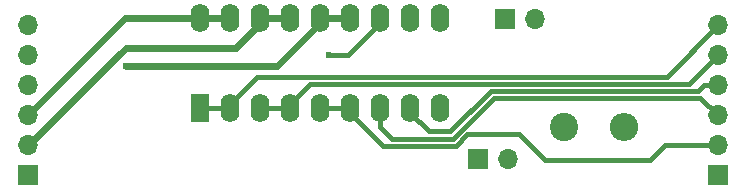
<source format=gbl>
G04 #@! TF.GenerationSoftware,KiCad,Pcbnew,5.0.0+dfsg1-2*
G04 #@! TF.CreationDate,2019-03-17T13:20:00+01:00*
G04 #@! TF.ProjectId,ULN2803A_shield,554C4E32383033415F736869656C642E,rev?*
G04 #@! TF.SameCoordinates,Original*
G04 #@! TF.FileFunction,Copper,L2,Bot,Signal*
G04 #@! TF.FilePolarity,Positive*
%FSLAX46Y46*%
G04 Gerber Fmt 4.6, Leading zero omitted, Abs format (unit mm)*
G04 Created by KiCad (PCBNEW 5.0.0+dfsg1-2) date Sun Mar 17 13:20:00 2019*
%MOMM*%
%LPD*%
G01*
G04 APERTURE LIST*
G04 #@! TA.AperFunction,ComponentPad*
%ADD10R,1.700000X1.700000*%
G04 #@! TD*
G04 #@! TA.AperFunction,ComponentPad*
%ADD11O,1.700000X1.700000*%
G04 #@! TD*
G04 #@! TA.AperFunction,ComponentPad*
%ADD12O,2.400000X2.400000*%
G04 #@! TD*
G04 #@! TA.AperFunction,ComponentPad*
%ADD13C,2.400000*%
G04 #@! TD*
G04 #@! TA.AperFunction,ComponentPad*
%ADD14R,1.600000X2.400000*%
G04 #@! TD*
G04 #@! TA.AperFunction,ComponentPad*
%ADD15O,1.600000X2.400000*%
G04 #@! TD*
G04 #@! TA.AperFunction,ViaPad*
%ADD16C,0.600000*%
G04 #@! TD*
G04 #@! TA.AperFunction,Conductor*
%ADD17C,0.400000*%
G04 #@! TD*
G04 #@! TA.AperFunction,Conductor*
%ADD18C,0.609600*%
G04 #@! TD*
G04 APERTURE END LIST*
D10*
G04 #@! TO.P,J2,1*
G04 #@! TO.N,GND*
X37850000Y-109990000D03*
D11*
G04 #@! TO.P,J2,2*
G04 #@! TO.N,AUX-OUT1*
X37850000Y-107450000D03*
G04 #@! TO.P,J2,3*
G04 #@! TO.N,AUX-OUT2*
X37850000Y-104910000D03*
G04 #@! TO.P,J2,4*
G04 #@! TO.N,AUX-OUT3*
X37850000Y-102370000D03*
G04 #@! TO.P,J2,5*
G04 #@! TO.N,AUX-OUT4*
X37850000Y-99830000D03*
G04 #@! TO.P,J2,6*
G04 #@! TO.N,RPM-METER*
X37850000Y-97290000D03*
G04 #@! TD*
D12*
G04 #@! TO.P,L1,2*
G04 #@! TO.N,12V*
X88300000Y-105850000D03*
D13*
G04 #@! TO.P,L1,1*
G04 #@! TO.N,Net-(JP1-Pad2)*
X83220000Y-105850000D03*
G04 #@! TD*
D14*
G04 #@! TO.P,IC1,1*
G04 #@! TO.N,Net-(IC1-Pad1)*
X52470000Y-104310000D03*
D15*
G04 #@! TO.P,IC1,10*
G04 #@! TO.N,Net-(IC1-Pad10)*
X72790000Y-96690000D03*
G04 #@! TO.P,IC1,2*
G04 #@! TO.N,Net-(IC1-Pad1)*
X55010000Y-104310000D03*
G04 #@! TO.P,IC1,11*
G04 #@! TO.N,RPM-METER*
X70250000Y-96690000D03*
G04 #@! TO.P,IC1,3*
G04 #@! TO.N,Net-(IC1-Pad3)*
X57550000Y-104310000D03*
G04 #@! TO.P,IC1,12*
G04 #@! TO.N,AUX-OUT4*
X67710000Y-96690000D03*
G04 #@! TO.P,IC1,4*
G04 #@! TO.N,Net-(IC1-Pad3)*
X60090000Y-104310000D03*
G04 #@! TO.P,IC1,13*
G04 #@! TO.N,AUX-OUT3*
X65170000Y-96690000D03*
G04 #@! TO.P,IC1,5*
G04 #@! TO.N,Net-(IC1-Pad5)*
X62630000Y-104310000D03*
G04 #@! TO.P,IC1,14*
G04 #@! TO.N,AUX-OUT3*
X62630000Y-96690000D03*
G04 #@! TO.P,IC1,6*
G04 #@! TO.N,Net-(IC1-Pad5)*
X65170000Y-104310000D03*
G04 #@! TO.P,IC1,15*
G04 #@! TO.N,AUX-OUT1*
X60090000Y-96690000D03*
G04 #@! TO.P,IC1,7*
G04 #@! TO.N,Net-(IC1-Pad7)*
X67710000Y-104310000D03*
G04 #@! TO.P,IC1,16*
G04 #@! TO.N,AUX-OUT1*
X57550000Y-96690000D03*
G04 #@! TO.P,IC1,8*
G04 #@! TO.N,Net-(IC1-Pad8)*
X70250000Y-104310000D03*
G04 #@! TO.P,IC1,17*
G04 #@! TO.N,AUX-OUT2*
X55010000Y-96690000D03*
G04 #@! TO.P,IC1,9*
G04 #@! TO.N,GND*
X72790000Y-104310000D03*
G04 #@! TO.P,IC1,18*
G04 #@! TO.N,AUX-OUT2*
X52470000Y-96690000D03*
G04 #@! TD*
D10*
G04 #@! TO.P,JP1,1*
G04 #@! TO.N,RPM-METER*
X75930000Y-108560000D03*
D11*
G04 #@! TO.P,JP1,2*
G04 #@! TO.N,Net-(JP1-Pad2)*
X78470000Y-108560000D03*
G04 #@! TD*
D10*
G04 #@! TO.P,JP2,1*
G04 #@! TO.N,Net-(IC1-Pad10)*
X78250000Y-96710000D03*
D11*
G04 #@! TO.P,JP2,2*
G04 #@! TO.N,12V*
X80790000Y-96710000D03*
G04 #@! TD*
D10*
G04 #@! TO.P,J1,1*
G04 #@! TO.N,12V*
X96270000Y-109990000D03*
D11*
G04 #@! TO.P,J1,2*
G04 #@! TO.N,Net-(IC1-Pad5)*
X96270000Y-107450000D03*
G04 #@! TO.P,J1,3*
G04 #@! TO.N,Net-(IC1-Pad7)*
X96270000Y-104910000D03*
G04 #@! TO.P,J1,4*
G04 #@! TO.N,Net-(IC1-Pad8)*
X96270000Y-102370000D03*
G04 #@! TO.P,J1,5*
G04 #@! TO.N,Net-(IC1-Pad3)*
X96270000Y-99830000D03*
G04 #@! TO.P,J1,6*
G04 #@! TO.N,Net-(IC1-Pad1)*
X96270000Y-97290000D03*
G04 #@! TD*
D16*
G04 #@! TO.N,AUX-OUT4*
X63350000Y-99830000D03*
G04 #@! TO.N,AUX-OUT3*
X46170000Y-100750000D03*
G04 #@! TD*
D17*
G04 #@! TO.N,Net-(IC1-Pad1)*
X55010000Y-103910000D02*
X57290000Y-101630000D01*
X55010000Y-104310000D02*
X55010000Y-103910000D01*
X91930000Y-101630000D02*
X96270000Y-97290000D01*
X57290000Y-101630000D02*
X91930000Y-101630000D01*
X52470000Y-104310000D02*
X55010000Y-104310000D01*
G04 #@! TO.N,Net-(IC1-Pad3)*
X60090000Y-103910000D02*
X60090000Y-104310000D01*
X61769991Y-102230009D02*
X60090000Y-103910000D01*
X96270000Y-99830000D02*
X93869991Y-102230009D01*
X93869991Y-102230009D02*
X61769991Y-102230009D01*
X57550000Y-104310000D02*
X60090000Y-104310000D01*
G04 #@! TO.N,AUX-OUT4*
X63774264Y-99830000D02*
X63350000Y-99830000D01*
X64970000Y-99830000D02*
X63774264Y-99830000D01*
X67710000Y-96690000D02*
X67710000Y-97090000D01*
X67710000Y-97090000D02*
X64970000Y-99830000D01*
D18*
G04 #@! TO.N,AUX-OUT3*
X62630000Y-97090000D02*
X62630000Y-96690000D01*
X58970000Y-100750000D02*
X62630000Y-97090000D01*
X46170000Y-100750000D02*
X58970000Y-100750000D01*
X62630000Y-96690000D02*
X65170000Y-96690000D01*
D17*
G04 #@! TO.N,Net-(IC1-Pad5)*
X62630000Y-104310000D02*
X65170000Y-104310000D01*
X96270000Y-107450000D02*
X91800000Y-107450000D01*
X91800000Y-107450000D02*
X90560000Y-108690000D01*
X90560000Y-108690000D02*
X81640000Y-108690000D01*
X80259999Y-107309999D02*
X80249999Y-107309999D01*
X81640000Y-108690000D02*
X80259999Y-107309999D01*
X80249999Y-107309999D02*
X79440000Y-106500000D01*
X75067084Y-106500000D02*
X74097064Y-107470020D01*
X79440000Y-106500000D02*
X75067084Y-106500000D01*
X65170000Y-104710000D02*
X65170000Y-104310000D01*
X74097064Y-107470020D02*
X67930020Y-107470020D01*
X67930020Y-107470020D02*
X65170000Y-104710000D01*
D18*
G04 #@! TO.N,AUX-OUT2*
X46070000Y-96690000D02*
X52470000Y-96690000D01*
X37850000Y-104910000D02*
X46070000Y-96690000D01*
X52470000Y-96690000D02*
X55010000Y-96690000D01*
D17*
G04 #@! TO.N,Net-(IC1-Pad7)*
X67710000Y-104310000D02*
X67710000Y-104710000D01*
X73848532Y-106870010D02*
X77288513Y-103430029D01*
X68670010Y-106870010D02*
X73848532Y-106870010D01*
X67710000Y-104310000D02*
X67710000Y-105910000D01*
X67710000Y-105910000D02*
X68670010Y-106870010D01*
X94790029Y-103430029D02*
X96270000Y-104910000D01*
X77288513Y-103430029D02*
X94790029Y-103430029D01*
G04 #@! TO.N,Net-(IC1-Pad8)*
X70250000Y-104710000D02*
X70250000Y-104310000D01*
X96270000Y-102370000D02*
X95067919Y-102370000D01*
X94607900Y-102830019D02*
X77039981Y-102830019D01*
X95067919Y-102370000D02*
X94607900Y-102830019D01*
X77039981Y-102830019D02*
X73600000Y-106270000D01*
X73600000Y-106270000D02*
X71810000Y-106270000D01*
X71810000Y-106270000D02*
X70250000Y-104710000D01*
D18*
G04 #@! TO.N,AUX-OUT1*
X37850000Y-107450000D02*
X46140000Y-99160000D01*
X57550000Y-97090000D02*
X57550000Y-96690000D01*
X46140000Y-99160000D02*
X55480000Y-99160000D01*
X55480000Y-99160000D02*
X57550000Y-97090000D01*
X57550000Y-96690000D02*
X60090000Y-96690000D01*
G04 #@! TD*
M02*

</source>
